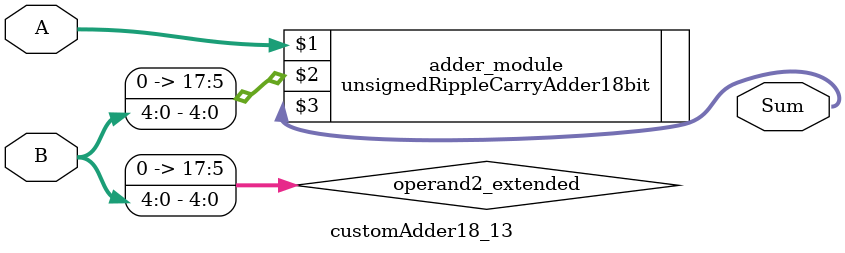
<source format=v>

module customAdder18_13(
                    input [17 : 0] A,
                    input [4 : 0] B,
                    
                    output [18 : 0] Sum
            );

    wire [17 : 0] operand2_extended;
    
    assign operand2_extended =  {13'b0, B};
    
    unsignedRippleCarryAdder18bit adder_module(
        A,
        operand2_extended,
        Sum
    );
    
endmodule
        
</source>
